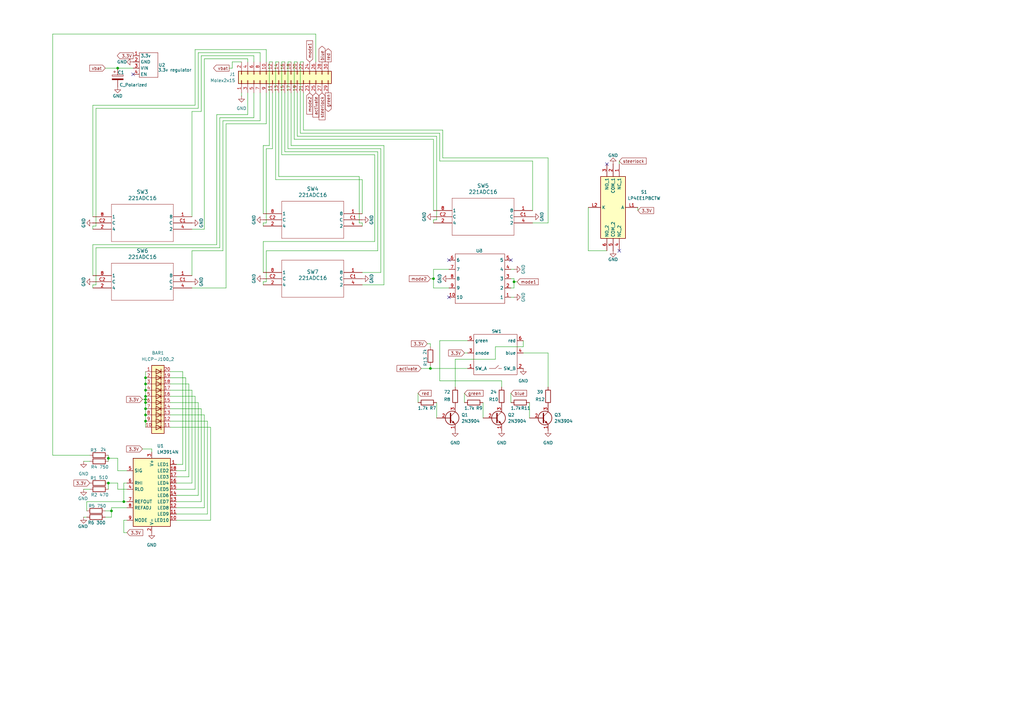
<source format=kicad_sch>
(kicad_sch (version 20231120) (generator "eeschema") (generator_version "8.0")
  (paper "A3")
  (lib_symbols
    (symbol "Device:C_Polarized" (pin_numbers hide) (pin_names (offset 0.254))
      (property "Reference" "C" (at 0.635 2.54 0))
      (property "Value" "C_Polarized" (at 0.635 -2.54 0))
      (symbol "C_Polarized_0_1"
        (rectangle (start -2.286 0.508) (end 2.286 1.016))
        (polyline (pts (xy -1.778 2.286) (xy -0.762 2.286)))
        (polyline (pts (xy -1.27 2.794) (xy -1.27 1.778)))
        (rectangle (start 2.286 -0.508) (end -2.286 -1.016) (fill (type outline)))
      )
      (symbol "C_Polarized_1_1"
        (pin passive line (at 0 3.81 270) (length 2.794) (name "~") (number "1"))
        (pin passive line (at 0 -3.81 90) (length 2.794) (name "~") (number "2"))
      )
    )
    (symbol "Device:R" (pin_numbers hide) (pin_names (offset 0))
      (property "Reference" "R" (at 2.032 0 90))
      (property "Value" "R" (at 0 0 90))
      (symbol "R_0_1"
        (rectangle (start -1.016 -2.54) (end 1.016 2.54) (stroke (width 0.254)))
      )
      (symbol "R_1_1"
        (pin passive line (at 0 3.81 270) (length 1.27) (name "~") (number "1"))
        (pin passive line (at 0 -3.81 90) (length 1.27) (name "~") (number "2"))
      )
    )
    (symbol "Driver_LED:LM3914N"
      (property "Reference" "U" (at -6.35 14.224 0))
      (property "Value" "LM3914N" (at 5.588 14.224 0))
      (symbol "LM3914N_0_1"
        (rectangle (start -7.62 12.7) (end 7.62 -15.24) (stroke (width 0.254)) (fill (type background)))
      )
      (symbol "LM3914N_1_1"
        (pin open_collector line (at 10.16 10.16 180) (length 2.54) (name "LED1") (number "1"))
        (pin open_collector line (at 10.16 -12.7 180) (length 2.54) (name "LED10") (number "10"))
        (pin open_collector line (at 10.16 -10.16 180) (length 2.54) (name "LED9") (number "11"))
        (pin open_collector line (at 10.16 -7.62 180) (length 2.54) (name "LED8") (number "12"))
        (pin open_collector line (at 10.16 -5.08 180) (length 2.54) (name "LED7") (number "13"))
        (pin open_collector line (at 10.16 -2.54 180) (length 2.54) (name "LED6") (number "14"))
        (pin open_collector line (at 10.16 0 180) (length 2.54) (name "LED5") (number "15"))
        (pin open_collector line (at 10.16 2.54 180) (length 2.54) (name "LED4") (number "16"))
        (pin open_collector line (at 10.16 5.08 180) (length 2.54) (name "LED3") (number "17"))
        (pin open_collector line (at 10.16 7.62 180) (length 2.54) (name "LED2") (number "18"))
        (pin power_in line (at 0 -17.78 90) (length 2.54) (name "V-") (number "2"))
        (pin power_in line (at 0 15.24 270) (length 2.54) (name "V+") (number "3"))
        (pin input line (at -10.16 0 0) (length 2.54) (name "RLO") (number "4"))
        (pin input line (at -10.16 7.62 0) (length 2.54) (name "SIG") (number "5"))
        (pin input line (at -10.16 2.54 0) (length 2.54) (name "RHI") (number "6"))
        (pin output line (at -10.16 -5.08 0) (length 2.54) (name "REFOUT") (number "7"))
        (pin input line (at -10.16 -7.62 0) (length 2.54) (name "REFADJ") (number "8"))
        (pin input line (at -10.16 -12.7 0) (length 2.54) (name "MODE") (number "9"))
      )
    )
    (symbol "LED:HLCP-J100_2" (pin_names (offset 1.016) hide)
      (property "Reference" "BAR" (at 0 15.24 0))
      (property "Value" "HLCP-J100_2" (at 0 -17.78 0))
      (symbol "HLCP-J100_2_0_1"
        (rectangle (start -2.54 12.7) (end 2.54 -15.24) (stroke (width 0.254)) (fill (type background)))
        (polyline (pts (xy -2.54 -12.7) (xy 2.54 -12.7)))
        (polyline (pts (xy -2.54 -10.16) (xy 2.54 -10.16)))
        (polyline (pts (xy -2.54 -7.62) (xy 2.54 -7.62)))
        (polyline (pts (xy -2.54 -5.08) (xy 2.54 -5.08)))
        (polyline (pts (xy -2.54 0) (xy 2.54 0)))
        (polyline (pts (xy -2.54 5.08) (xy 2.54 5.08)))
        (polyline (pts (xy -2.54 7.62) (xy 2.54 7.62)))
        (polyline (pts (xy -2.54 10.16) (xy 2.54 10.16)))
        (polyline (pts (xy 1.27 -11.684) (xy 1.27 -13.716)) (stroke (width 0.254)))
        (polyline (pts (xy 1.27 -9.144) (xy 1.27 -11.176)) (stroke (width 0.254)))
        (polyline (pts (xy 1.27 -6.604) (xy 1.27 -8.636)) (stroke (width 0.254)))
        (polyline (pts (xy 1.27 -4.064) (xy 1.27 -6.096)) (stroke (width 0.254)))
        (polyline (pts (xy 1.27 -1.524) (xy 1.27 -3.556)) (stroke (width 0.254)))
        (polyline (pts (xy 1.27 1.016) (xy 1.27 -1.016)) (stroke (width 0.254)))
        (polyline (pts (xy 1.27 3.556) (xy 1.27 1.524)) (stroke (width 0.254)))
        (polyline (pts (xy 1.27 6.096) (xy 1.27 4.064)) (stroke (width 0.254)))
        (polyline (pts (xy 1.27 8.636) (xy 1.27 6.604)) (stroke (width 0.254)))
        (polyline (pts (xy 1.27 11.176) (xy 1.27 9.144)) (stroke (width 0.254)))
        (polyline (pts (xy 2.54 -2.54) (xy -2.54 -2.54)))
        (polyline (pts (xy 2.54 2.54) (xy -2.54 2.54)))
        (polyline (pts (xy -0.762 -11.684) (xy -0.762 -13.716) (xy 1.27 -12.7) (xy -0.762 -11.684)) (stroke (width 0.254)))
        (polyline (pts (xy -0.762 -9.144) (xy -0.762 -11.176) (xy 1.27 -10.16) (xy -0.762 -9.144)) (stroke (width 0.254)))
        (polyline (pts (xy -0.762 -6.604) (xy -0.762 -8.636) (xy 1.27 -7.62) (xy -0.762 -6.604)) (stroke (width 0.254)))
        (polyline (pts (xy -0.762 -4.064) (xy -0.762 -6.096) (xy 1.27 -5.08) (xy -0.762 -4.064)) (stroke (width 0.254)))
        (polyline (pts (xy -0.762 -1.524) (xy -0.762 -3.556) (xy 1.27 -2.54) (xy -0.762 -1.524)) (stroke (width 0.254)))
        (polyline (pts (xy -0.762 1.016) (xy -0.762 -1.016) (xy 1.27 0) (xy -0.762 1.016)) (stroke (width 0.254)))
        (polyline (pts (xy -0.762 3.556) (xy -0.762 1.524) (xy 1.27 2.54) (xy -0.762 3.556)) (stroke (width 0.254)))
        (polyline (pts (xy -0.762 6.096) (xy -0.762 4.064) (xy 1.27 5.08) (xy -0.762 6.096)) (stroke (width 0.254)))
        (polyline (pts (xy -0.762 8.636) (xy -0.762 6.604) (xy 1.27 7.62) (xy -0.762 8.636)) (stroke (width 0.254)))
        (polyline (pts (xy -0.762 11.176) (xy -0.762 9.144) (xy 1.27 10.16) (xy -0.762 11.176)) (stroke (width 0.254)))
      )
      (symbol "HLCP-J100_2_1_1"
        (pin passive line (at -5.08 10.16 0) (length 2.54) (name "A") (number "1"))
        (pin passive line (at -5.08 -12.7 0) (length 2.54) (name "A") (number "10"))
        (pin passive line (at 5.08 -12.7 180) (length 2.54) (name "K") (number "11"))
        (pin passive line (at 5.08 -10.16 180) (length 2.54) (name "K") (number "12"))
        (pin passive line (at 5.08 -7.62 180) (length 2.54) (name "K") (number "13"))
        (pin passive line (at 5.08 -5.08 180) (length 2.54) (name "K") (number "14"))
        (pin passive line (at 5.08 -2.54 180) (length 2.54) (name "K") (number "15"))
        (pin passive line (at 5.08 0 180) (length 2.54) (name "K") (number "16"))
        (pin passive line (at 5.08 2.54 180) (length 2.54) (name "K") (number "17"))
        (pin passive line (at 5.08 5.08 180) (length 2.54) (name "K") (number "18"))
        (pin passive line (at 5.08 7.62 180) (length 2.54) (name "K") (number "19"))
        (pin passive line (at -5.08 7.62 0) (length 2.54) (name "A") (number "2"))
        (pin passive line (at 5.08 10.16 180) (length 2.54) (name "K") (number "20"))
        (pin passive line (at -5.08 5.08 0) (length 2.54) (name "A") (number "3"))
        (pin passive line (at -5.08 2.54 0) (length 2.54) (name "A") (number "4"))
        (pin passive line (at -5.08 0 0) (length 2.54) (name "A") (number "5"))
        (pin passive line (at -5.08 -2.54 0) (length 2.54) (name "A") (number "6"))
        (pin passive line (at -5.08 -5.08 0) (length 2.54) (name "A") (number "7"))
        (pin passive line (at -5.08 -7.62 0) (length 2.54) (name "A") (number "8"))
        (pin passive line (at -5.08 -10.16 0) (length 2.54) (name "A") (number "9"))
      )
    )
    (symbol "power:GND" (power) (pin_numbers hide) (pin_names (offset 0) hide)
      (property "Value" "GND" (at 0 -3.81 0))
      (symbol "GND_0_1"
        (polyline (pts (xy 0 0) (xy 0 -1.27) (xy 1.27 -1.27) (xy 0 -2.54) (xy -1.27 -1.27) (xy 0 -1.27)))
      )
      (symbol "GND_1_1"
        (pin power_in line (at 0 0 270) (length 0) (name "~") (number "1"))
      )
    )
    (symbol "projlib:221AMC10R" (pin_names (offset 0.254))
      (property "Reference" "SW" (at 20.32 10.16 0))
      (property "Value" "221AMC10R" (at 20.32 7.62 0))
      (symbol "221AMC10R_0_1"
        (polyline (pts (xy 7.62 -10.16) (xy 33.02 -10.16)) (stroke (width 0.127)))
        (polyline (pts (xy 7.62 5.08) (xy 7.62 -10.16)) (stroke (width 0.127)))
        (polyline (pts (xy 33.02 -10.16) (xy 33.02 5.08)) (stroke (width 0.127)))
        (polyline (pts (xy 33.02 5.08) (xy 7.62 5.08)) (stroke (width 0.127)))
      )
      (symbol "221AMC10R_1_1"
        (pin unspecified line (at 40.64 0 180) (length 7.62) (name "8") (number "1"))
        (pin unspecified line (at 0 -5.08 0) (length 7.62) (name "4") (number "2"))
        (pin unspecified line (at 40.64 -5.08 180) (length 7.62) (name "2") (number "4"))
        (pin unspecified line (at 0 0 0) (length 7.62) (name "1") (number "8"))
        (pin unspecified line (at 40.64 -2.54 180) (length 7.62) (name "C") (number "C1"))
        (pin unspecified line (at 0 -2.54 0) (length 7.62) (name "C") (number "C2"))
      )
    )
    (symbol "projlib:2N3904" (pin_names (offset 0) hide)
      (property "Reference" "Q" (at 5.08 1.905 0))
      (property "Value" "2N3904" (at 5.08 0 0))
      (symbol "2N3904_0_1"
        (polyline (pts (xy 0.635 0.635) (xy 2.54 2.54)))
        (polyline (pts (xy 0.635 -0.635) (xy 2.54 -2.54) (xy 2.54 -2.54)))
        (polyline (pts (xy 0.635 1.905) (xy 0.635 -1.905) (xy 0.635 -1.905)) (stroke (width 0.508)))
        (polyline (pts (xy 1.27 -1.778) (xy 1.778 -1.27) (xy 2.286 -2.286) (xy 1.27 -1.778) (xy 1.27 -1.778)) (fill (type outline)))
        (circle (center 1.27 0) (radius 2.8194) (stroke (width 0.254)))
      )
      (symbol "2N3904_1_1"
        (pin passive line (at 2.54 -5.08 90) (length 2.54) (name "E") (number "1"))
        (pin passive line (at -5.08 0 0) (length 5.715) (name "B") (number "2"))
        (pin passive line (at 2.54 5.08 270) (length 2.54) (name "C") (number "3"))
      )
    )
    (symbol "projlib:KP0215ASAKG03RGB-1FJB"
      (property "Reference" "SW" (at 0 0 0))
      (symbol "KP0215ASAKG03RGB-1FJB_0_1"
        (rectangle (start -7.62 -2.54) (end 10.16 -19.05))
        (polyline (pts (xy 3.81 -16.51) (xy 2.54 -16.51)))
        (polyline (pts (xy -1.27 -16.51) (xy 1.27 -16.51) (xy 2.54 -15.24)))
      )
      (symbol "KP0215ASAKG03RGB-1FJB_1_1"
        (pin passive line (at -10.16 -16.51 0) (length 2.54) (name "SW_A") (number "1"))
        (pin passive line (at 12.7 -16.51 180) (length 2.54) (name "SW_B") (number "2"))
        (pin passive line (at -10.16 -10.16 0) (length 2.54) (name "anode") (number "3"))
        (pin passive line (at 12.7 -10.16 180) (length 2.54) (name "blue") (number "4"))
        (pin passive line (at -10.16 -5.08 0) (length 2.54) (name "green") (number "5"))
        (pin passive line (at 12.7 -5.08 180) (length 2.54) (name "red") (number "6"))
      )
    )
    (symbol "projlib:LP4EE1PBCTW"
      (property "Reference" "S" (at 16.51 17.78 0))
      (property "Value" "LP4EE1PBCTW" (at 16.51 15.24 0))
      (symbol "LP4EE1PBCTW_1_1"
        (rectangle (start 5.08 12.7) (end 15.24 -12.7) (stroke (width 0.254)) (fill (type background)))
        (pin passive line (at 12.7 17.78 270) (length 5.08) (name "NC_1") (number "1"))
        (pin passive line (at 10.16 17.78 270) (length 5.08) (name "COM_1") (number "2"))
        (pin passive line (at 7.62 17.78 270) (length 5.08) (name "NO_1") (number "3"))
        (pin passive line (at 12.7 -17.78 90) (length 5.08) (name "NC_2") (number "4"))
        (pin passive line (at 10.16 -17.78 90) (length 5.08) (name "COM_2") (number "5"))
        (pin passive line (at 7.62 -17.78 90) (length 5.08) (name "NO_2") (number "6"))
        (pin passive line (at 20.32 0 180) (length 5.08) (name "A") (number "L1"))
        (pin passive line (at 0 0 0) (length 5.08) (name "K") (number "L2"))
      )
    )
    (symbol "projlib:mode switch R20405RN02Q"
      (property "Reference" "U" (at 0 0 0))
      (symbol "mode switch R20405RN02Q_0_1"
        (rectangle (start -10.16 7.62) (end 10.16 -12.7))
      )
      (symbol "mode switch R20405RN02Q_1_1"
        (pin input line (at 12.7 -10.16 180) (length 2.54) (name "1") (number "1"))
        (pin input line (at -12.7 -10.16 0) (length 2.54) (name "10") (number "10"))
        (pin input line (at 12.7 -6.35 180) (length 2.54) (name "2") (number "2"))
        (pin input line (at 12.7 -2.54 180) (length 2.54) (name "3") (number "3"))
        (pin input line (at 12.7 1.27 180) (length 2.54) (name "4") (number "4"))
        (pin input line (at 12.7 5.08 180) (length 2.54) (name "5") (number "5"))
        (pin input line (at -12.7 5.08 0) (length 2.54) (name "6") (number "6"))
        (pin input line (at -12.7 1.27 0) (length 2.54) (name "7") (number "7"))
        (pin input line (at -12.7 -2.54 0) (length 2.54) (name "8") (number "8"))
        (pin input line (at -12.7 -6.35 0) (length 2.54) (name "9") (number "9"))
      )
    )
    (symbol "projlib:molex_02x15_Odd_Even" (pin_names (offset 1.016) hide)
      (property "Reference" "J" (at 1.27 20.32 0))
      (property "Value" "Molex2x15" (at 1.27 -20.32 0))
      (symbol "molex_02x15_Odd_Even_1_1"
        (rectangle (start -1.27 -17.653) (end 0 -17.907) (stroke (width 0.1524)))
        (rectangle (start -1.27 -15.113) (end 0 -15.367) (stroke (width 0.1524)))
        (rectangle (start -1.27 -12.573) (end 0 -12.827) (stroke (width 0.1524)))
        (rectangle (start -1.27 -10.033) (end 0 -10.287) (stroke (width 0.1524)))
        (rectangle (start -1.27 -7.493) (end 0 -7.747) (stroke (width 0.1524)))
        (rectangle (start -1.27 -4.953) (end 0 -5.207) (stroke (width 0.1524)))
        (rectangle (start -1.27 -2.413) (end 0 -2.667) (stroke (width 0.1524)))
        (rectangle (start -1.27 0.127) (end 0 -0.127) (stroke (width 0.1524)))
        (rectangle (start -1.27 2.667) (end 0 2.413) (stroke (width 0.1524)))
        (rectangle (start -1.27 5.207) (end 0 4.953) (stroke (width 0.1524)))
        (rectangle (start -1.27 7.747) (end 0 7.493) (stroke (width 0.1524)))
        (rectangle (start -1.27 10.287) (end 0 10.033) (stroke (width 0.1524)))
        (rectangle (start -1.27 12.827) (end 0 12.573) (stroke (width 0.1524)))
        (rectangle (start -1.27 15.367) (end 0 15.113) (stroke (width 0.1524)))
        (rectangle (start -1.27 17.907) (end 0 17.653) (stroke (width 0.1524)))
        (rectangle (start -1.27 19.05) (end 3.81 -19.05) (stroke (width 0.254)) (fill (type background)))
        (rectangle (start 3.81 -17.653) (end 2.54 -17.907) (stroke (width 0.1524)))
        (rectangle (start 3.81 -15.113) (end 2.54 -15.367) (stroke (width 0.1524)))
        (rectangle (start 3.81 -12.573) (end 2.54 -12.827) (stroke (width 0.1524)))
        (rectangle (start 3.81 -10.033) (end 2.54 -10.287) (stroke (width 0.1524)))
        (rectangle (start 3.81 -7.493) (end 2.54 -7.747) (stroke (width 0.1524)))
        (rectangle (start 3.81 -4.953) (end 2.54 -5.207) (stroke (width 0.1524)))
        (rectangle (start 3.81 -2.413) (end 2.54 -2.667) (stroke (width 0.1524)))
        (rectangle (start 3.81 0.127) (end 2.54 -0.127) (stroke (width 0.1524)))
        (rectangle (start 3.81 2.667) (end 2.54 2.413) (stroke (width 0.1524)))
        (rectangle (start 3.81 5.207) (end 2.54 4.953) (stroke (width 0.1524)))
        (rectangle (start 3.81 7.747) (end 2.54 7.493) (stroke (width 0.1524)))
        (rectangle (start 3.81 10.287) (end 2.54 10.033) (stroke (width 0.1524)))
        (rectangle (start 3.81 12.827) (end 2.54 12.573) (stroke (width 0.1524)))
        (rectangle (start 3.81 15.367) (end 2.54 15.113) (stroke (width 0.1524)))
        (rectangle (start 3.81 17.907) (end 2.54 17.653) (stroke (width 0.1524)))
        (pin passive line (at -5.08 17.78 0) (length 3.81) (name "Pin_1") (number "1"))
        (pin passive line (at 7.62 7.62 180) (length 3.81) (name "Pin_10") (number "10"))
        (pin passive line (at -5.08 5.08 0) (length 3.81) (name "Pin_11") (number "11"))
        (pin passive line (at 7.62 5.08 180) (length 3.81) (name "Pin_12") (number "12"))
        (pin passive line (at -5.08 2.54 0) (length 3.81) (name "Pin_13") (number "13"))
        (pin passive line (at 7.62 2.54 180) (length 3.81) (name "Pin_14") (number "14"))
        (pin passive line (at -5.08 0 0) (length 3.81) (name "Pin_15") (number "15"))
        (pin passive line (at 7.62 0 180) (length 3.81) (name "Pin_16") (number "16"))
        (pin passive line (at -5.08 -2.54 0) (length 3.81) (name "Pin_17") (number "17"))
        (pin passive line (at 7.62 -2.54 180) (length 3.81) (name "Pin_18") (number "18"))
        (pin passive line (at -5.08 -5.08 0) (length 3.81) (name "Pin_19") (number "19"))
        (pin passive line (at 7.62 17.78 180) (length 3.81) (name "Pin_2") (number "2"))
        (pin passive line (at 7.62 -5.08 180) (length 3.81) (name "Pin_20") (number "20"))
        (pin passive line (at -5.08 -7.62 0) (length 3.81) (name "Pin_21") (number "21"))
        (pin passive line (at 7.62 -7.62 180) (length 3.81) (name "Pin_22") (number "22"))
        (pin passive line (at -5.08 -10.16 0) (length 3.81) (name "Pin_23") (number "23"))
        (pin passive line (at 7.62 -10.16 180) (length 3.81) (name "Pin_24") (number "24"))
        (pin passive line (at -5.08 -12.7 0) (length 3.81) (name "Pin_25") (number "25"))
        (pin passive line (at 7.62 -12.7 180) (length 3.81) (name "Pin_26") (number "26"))
        (pin passive line (at -5.08 -15.24 0) (length 3.81) (name "Pin_27") (number "27"))
        (pin passive line (at 7.62 -15.24 180) (length 3.81) (name "Pin_28") (number "28"))
        (pin passive line (at -5.08 -17.78 0) (length 3.81) (name "Pin_29") (number "29"))
        (pin passive line (at -5.08 15.24 0) (length 3.81) (name "Pin_3") (number "3"))
        (pin passive line (at 7.62 -17.78 180) (length 3.81) (name "Pin_30") (number "30"))
        (pin passive line (at 7.62 15.24 180) (length 3.81) (name "Pin_4") (number "4"))
        (pin passive line (at -5.08 12.7 0) (length 3.81) (name "Pin_5") (number "5"))
        (pin passive line (at 7.62 12.7 180) (length 3.81) (name "Pin_6") (number "6"))
        (pin passive line (at -5.08 10.16 0) (length 3.81) (name "Pin_7") (number "7"))
        (pin passive line (at 7.62 10.16 180) (length 3.81) (name "Pin_8") (number "8"))
        (pin passive line (at -5.08 7.62 0) (length 3.81) (name "Pin_9") (number "9"))
      )
    )
    (symbol "projlib:pololu4964_3.3v"
      (property "Reference" "U" (at -1.524 4.826 0))
      (symbol "pololu4964_3.3v_0_1"
        (rectangle (start -5.08 3.81) (end 5.08 -3.81))
      )
      (symbol "pololu4964_3.3v_1_1"
        (pin power_out line (at -3.81 -6.35 90) (length 2.54) (name "3.3v") (number "1"))
        (pin power_out line (at -1.27 -6.35 90) (length 2.54) (name "GND") (number "2"))
        (pin power_in line (at 1.27 -6.35 90) (length 2.54) (name "VIN") (number "3"))
        (pin input line (at 3.81 -6.35 90) (length 2.54) (name "EN") (number "4"))
      )
    )
  )
  (junction (at 50.8 205.74))
  (junction (at 59.69 170.18))
  (junction (at 59.69 157.48))
  (junction (at 44.45 187.96))
  (junction (at 59.69 165.1))
  (junction (at 177.8 114.3))
  (junction (at 48.26 27.94))
  (junction (at 59.69 154.94))
  (junction (at 59.69 172.72))
  (junction (at 59.69 167.64))
  (junction (at 44.45 198.12))
  (junction (at 45.72 209.55))
  (junction (at 59.69 162.56))
  (junction (at 210.82 115.57))
  (junction (at 176.53 151.13))
  (junction (at 59.69 160.02))
  (junction (at 59.69 163.83))
  (no_connect (at 254 102.87))
  (no_connect (at 248.92 67.31))
  (no_connect (at 184.15 106.68))
  (no_connect (at 209.55 106.68))
  (no_connect (at 54.61 30.48))
  (no_connect (at 184.15 121.92))
  (wire (pts (xy 180.34 156.21) (xy 205.74 156.21)))
  (wire (pts (xy 69.85 170.18) (xy 83.82 170.18)))
  (wire (pts (xy 69.85 162.56) (xy 80.01 162.56)))
  (wire (pts (xy 39.37 101.6) (xy 39.37 116.84)))
  (wire (pts (xy 85.09 172.72) (xy 85.09 210.82)))
  (wire (pts (xy 111.76 38.1) (xy 111.76 60.96)))
  (wire (pts (xy 124.46 53.34) (xy 181.61 53.34)))
  (wire (pts (xy 107.95 111.76) (xy 107.95 99.06)))
  (wire (pts (xy 82.55 45.72) (xy 78.74 45.72)))
  (wire (pts (xy 121.92 38.1) (xy 121.92 55.88)))
  (wire (pts (xy 261.62 86.36) (xy 261.62 85.09)))
  (wire (pts (xy 118.11 60.96) (xy 118.11 25.4)))
  (wire (pts (xy 205.74 156.21) (xy 205.74 158.75)))
  (wire (pts (xy 38.1 100.33) (xy 88.9 100.33)))
  (wire (pts (xy 52.07 193.04) (xy 48.26 193.04)))
  (wire (pts (xy 62.23 184.15) (xy 62.23 185.42)))
  (wire (pts (xy 80.01 20.32) (xy 109.22 20.32)))
  (wire (pts (xy 86.36 213.36) (xy 86.36 175.26)))
  (wire (pts (xy 148.59 73.66) (xy 113.03 73.66)))
  (wire (pts (xy 39.37 44.45) (xy 39.37 92.71)))
  (wire (pts (xy 119.38 38.1) (xy 119.38 59.69)))
  (wire (pts (xy 21.59 186.69) (xy 21.59 13.97)))
  (wire (pts (xy 109.22 20.32) (xy 109.22 25.4)))
  (wire (pts (xy 72.39 213.36) (xy 86.36 213.36)))
  (wire (pts (xy 72.39 190.5) (xy 74.93 190.5)))
  (wire (pts (xy 190.5 161.29) (xy 190.5 165.1)))
  (wire (pts (xy 59.69 163.83) (xy 59.69 165.1)))
  (wire (pts (xy 181.61 53.34) (xy 181.61 64.77)))
  (wire (pts (xy 35.56 205.74) (xy 35.56 209.55)))
  (wire (pts (xy 80.01 43.18) (xy 80.01 20.32)))
  (wire (pts (xy 176.53 140.97) (xy 176.53 142.24)))
  (wire (pts (xy 186.69 147.32) (xy 186.69 158.75)))
  (wire (pts (xy 45.72 208.28) (xy 52.07 208.28)))
  (wire (pts (xy 38.1 43.18) (xy 80.01 43.18)))
  (wire (pts (xy 241.3 102.87) (xy 248.92 102.87)))
  (wire (pts (xy 39.37 92.71) (xy 38.1 92.71)))
  (wire (pts (xy 36.83 186.69) (xy 21.59 186.69)))
  (wire (pts (xy 175.26 140.97) (xy 176.53 140.97)))
  (wire (pts (xy 114.3 38.1) (xy 114.3 72.39)))
  (wire (pts (xy 74.93 190.5) (xy 74.93 152.4)))
  (wire (pts (xy 203.2 147.32) (xy 186.69 147.32)))
  (wire (pts (xy 44.45 186.69) (xy 44.45 187.96)))
  (wire (pts (xy 177.8 114.3) (xy 177.8 118.11)))
  (wire (pts (xy 38.1 92.71) (xy 38.1 93.98)))
  (wire (pts (xy 121.92 55.88) (xy 179.07 55.88)))
  (wire (pts (xy 90.17 101.6) (xy 39.37 101.6)))
  (wire (pts (xy 44.45 198.12) (xy 48.26 198.12)))
  (wire (pts (xy 157.48 116.84) (xy 148.59 116.84)))
  (wire (pts (xy 148.59 87.63) (xy 148.59 73.66)))
  (wire (pts (xy 214.63 144.78) (xy 224.79 144.78)))
  (wire (pts (xy 180.34 66.04) (xy 180.34 54.61)))
  (wire (pts (xy 58.42 184.15) (xy 62.23 184.15)))
  (wire (pts (xy 181.61 64.77) (xy 224.79 64.77)))
  (wire (pts (xy 123.19 54.61) (xy 123.19 25.4)))
  (wire (pts (xy 52.07 205.74) (xy 50.8 205.74)))
  (wire (pts (xy 218.44 86.36) (xy 218.44 66.04)))
  (wire (pts (xy 101.6 46.99) (xy 101.6 38.1)))
  (wire (pts (xy 74.93 152.4) (xy 69.85 152.4)))
  (wire (pts (xy 83.82 170.18) (xy 83.82 208.28)))
  (wire (pts (xy 81.28 203.2) (xy 72.39 203.2)))
  (wire (pts (xy 106.68 49.53) (xy 106.68 38.1)))
  (wire (pts (xy 48.26 187.96) (xy 44.45 187.96)))
  (wire (pts (xy 119.38 59.69) (xy 157.48 59.69)))
  (wire (pts (xy 109.22 60.96) (xy 109.22 91.44)))
  (wire (pts (xy 109.22 102.87) (xy 109.22 115.57)))
  (wire (pts (xy 59.69 160.02) (xy 59.69 162.56)))
  (wire (pts (xy 81.28 21.59) (xy 81.28 44.45)))
  (wire (pts (xy 38.1 116.84) (xy 38.1 118.11)))
  (wire (pts (xy 35.56 205.74) (xy 50.8 205.74)))
  (wire (pts (xy 48.26 193.04) (xy 48.26 187.96)))
  (wire (pts (xy 59.69 165.1) (xy 59.69 167.64)))
  (wire (pts (xy 83.82 208.28) (xy 72.39 208.28)))
  (wire (pts (xy 190.5 144.78) (xy 191.77 144.78)))
  (wire (pts (xy 129.54 13.97) (xy 129.54 25.4)))
  (wire (pts (xy 210.82 114.3) (xy 210.82 115.57)))
  (wire (pts (xy 81.28 165.1) (xy 81.28 203.2)))
  (wire (pts (xy 77.47 157.48) (xy 69.85 157.48)))
  (wire (pts (xy 104.14 48.26) (xy 90.17 48.26)))
  (wire (pts (xy 59.69 157.48) (xy 59.69 160.02)))
  (wire (pts (xy 111.76 60.96) (xy 109.22 60.96)))
  (wire (pts (xy 91.44 102.87) (xy 91.44 49.53)))
  (wire (pts (xy 203.2 142.24) (xy 203.2 147.32)))
  (wire (pts (xy 78.74 118.11) (xy 92.71 118.11)))
  (wire (pts (xy 176.53 151.13) (xy 191.77 151.13)))
  (wire (pts (xy 156.21 111.76) (xy 156.21 60.96)))
  (wire (pts (xy 104.14 25.4) (xy 104.14 22.86)))
  (wire (pts (xy 44.45 187.96) (xy 44.45 189.23)))
  (wire (pts (xy 38.1 88.9) (xy 38.1 43.18)))
  (wire (pts (xy 99.06 38.1) (xy 99.06 39.37)))
  (wire (pts (xy 184.15 118.11) (xy 177.8 118.11)))
  (wire (pts (xy 147.32 91.44) (xy 148.59 91.44)))
  (wire (pts (xy 191.77 139.7) (xy 180.34 139.7)))
  (wire (pts (xy 92.71 50.8) (xy 109.22 50.8)))
  (wire (pts (xy 72.39 205.74) (xy 82.55 205.74)))
  (wire (pts (xy 153.67 63.5) (xy 115.57 63.5)))
  (wire (pts (xy 58.42 163.83) (xy 59.69 163.83)))
  (wire (pts (xy 107.95 59.69) (xy 110.49 59.69)))
  (wire (pts (xy 198.12 165.1) (xy 198.12 171.45)))
  (wire (pts (xy 180.34 139.7) (xy 180.34 156.21)))
  (wire (pts (xy 77.47 195.58) (xy 77.47 157.48)))
  (wire (pts (xy 69.85 167.64) (xy 82.55 167.64)))
  (wire (pts (xy 115.57 25.4) (xy 116.84 25.4)))
  (wire (pts (xy 113.03 73.66) (xy 113.03 25.4)))
  (wire (pts (xy 157.48 59.69) (xy 157.48 116.84)))
  (wire (pts (xy 148.59 91.44) (xy 148.59 92.71)))
  (wire (pts (xy 59.69 170.18) (xy 59.69 172.72)))
  (wire (pts (xy 109.22 91.44) (xy 107.95 91.44)))
  (wire (pts (xy 44.45 198.12) (xy 44.45 200.66)))
  (wire (pts (xy 109.22 115.57) (xy 107.95 115.57)))
  (wire (pts (xy 180.34 54.61) (xy 123.19 54.61)))
  (wire (pts (xy 107.95 99.06) (xy 153.67 99.06)))
  (wire (pts (xy 153.67 99.06) (xy 153.67 63.5)))
  (wire (pts (xy 59.69 152.4) (xy 59.69 154.94)))
  (wire (pts (xy 95.25 25.4) (xy 99.06 25.4)))
  (wire (pts (xy 210.82 118.11) (xy 209.55 118.11)))
  (wire (pts (xy 107.95 87.63) (xy 107.95 59.69)))
  (wire (pts (xy 116.84 38.1) (xy 116.84 62.23)))
  (wire (pts (xy 176.53 114.3) (xy 177.8 114.3)))
  (wire (pts (xy 88.9 100.33) (xy 88.9 46.99)))
  (wire (pts (xy 106.68 21.59) (xy 81.28 21.59)))
  (wire (pts (xy 210.82 115.57) (xy 210.82 118.11)))
  (wire (pts (xy 154.94 62.23) (xy 154.94 102.87)))
  (wire (pts (xy 76.2 193.04) (xy 76.2 154.94)))
  (wire (pts (xy 115.57 63.5) (xy 115.57 25.4)))
  (wire (pts (xy 106.68 25.4) (xy 106.68 21.59)))
  (wire (pts (xy 177.8 90.17) (xy 177.8 91.44)))
  (wire (pts (xy 69.85 172.72) (xy 85.09 172.72)))
  (wire (pts (xy 107.95 115.57) (xy 107.95 116.84)))
  (wire (pts (xy 124.46 38.1) (xy 124.46 53.34)))
  (wire (pts (xy 43.18 209.55) (xy 45.72 209.55)))
  (wire (pts (xy 171.45 161.29) (xy 171.45 165.1)))
  (wire (pts (xy 81.28 44.45) (xy 39.37 44.45)))
  (wire (pts (xy 110.49 59.69) (xy 110.49 25.4)))
  (wire (pts (xy 80.01 162.56) (xy 80.01 200.66)))
  (wire (pts (xy 50.8 205.74) (xy 50.8 198.12)))
  (wire (pts (xy 43.18 212.09) (xy 45.72 212.09)))
  (wire (pts (xy 85.09 210.82) (xy 72.39 210.82)))
  (wire (pts (xy 92.71 118.11) (xy 92.71 50.8)))
  (wire (pts (xy 113.03 25.4) (xy 114.3 25.4)))
  (wire (pts (xy 120.65 25.4) (xy 121.92 25.4)))
  (wire (pts (xy 176.53 149.86) (xy 176.53 151.13)))
  (wire (pts (xy 50.8 218.44) (xy 50.8 213.36)))
  (wire (pts (xy 214.63 142.24) (xy 203.2 142.24)))
  (wire (pts (xy 86.36 175.26) (xy 69.85 175.26)))
  (wire (pts (xy 34.29 189.23) (xy 36.83 189.23)))
  (wire (pts (xy 45.72 209.55) (xy 45.72 208.28)))
  (wire (pts (xy 101.6 25.4) (xy 101.6 24.13)))
  (wire (pts (xy 179.07 90.17) (xy 177.8 90.17)))
  (wire (pts (xy 123.19 25.4) (xy 124.46 25.4)))
  (wire (pts (xy 210.82 110.49) (xy 209.55 110.49)))
  (wire (pts (xy 218.44 66.04) (xy 180.34 66.04)))
  (wire (pts (xy 78.74 113.03) (xy 78.74 102.87)))
  (wire (pts (xy 34.29 200.66) (xy 36.83 200.66)))
  (wire (pts (xy 48.26 198.12) (xy 48.26 200.66)))
  (wire (pts (xy 90.17 48.26) (xy 90.17 101.6)))
  (wire (pts (xy 212.09 115.57) (xy 210.82 115.57)))
  (wire (pts (xy 95.25 27.94) (xy 95.25 25.4)))
  (wire (pts (xy 78.74 198.12) (xy 78.74 160.02)))
  (wire (pts (xy 214.63 139.7) (xy 214.63 142.24)))
  (wire (pts (xy 72.39 198.12) (xy 78.74 198.12)))
  (wire (pts (xy 78.74 45.72) (xy 78.74 88.9)))
  (wire (pts (xy 172.72 151.13) (xy 176.53 151.13)))
  (wire (pts (xy 83.82 24.13) (xy 83.82 93.98)))
  (wire (pts (xy 43.18 27.94) (xy 48.26 27.94)))
  (wire (pts (xy 78.74 93.98) (xy 83.82 93.98)))
  (wire (pts (xy 38.1 113.03) (xy 38.1 100.33)))
  (wire (pts (xy 184.15 110.49) (xy 177.8 110.49)))
  (wire (pts (xy 148.59 111.76) (xy 156.21 111.76)))
  (wire (pts (xy 59.69 167.64) (xy 59.69 170.18)))
  (wire (pts (xy 52.07 218.44) (xy 50.8 218.44)))
  (wire (pts (xy 48.26 200.66) (xy 52.07 200.66)))
  (wire (pts (xy 177.8 86.36) (xy 177.8 57.15)))
  (wire (pts (xy 177.8 110.49) (xy 177.8 114.3)))
  (wire (pts (xy 101.6 24.13) (xy 83.82 24.13)))
  (wire (pts (xy 116.84 62.23) (xy 154.94 62.23)))
  (wire (pts (xy 110.49 25.4) (xy 111.76 25.4)))
  (wire (pts (xy 50.8 198.12) (xy 52.07 198.12)))
  (wire (pts (xy 156.21 60.96) (xy 118.11 60.96)))
  (wire (pts (xy 82.55 167.64) (xy 82.55 205.74)))
  (wire (pts (xy 118.11 25.4) (xy 119.38 25.4)))
  (wire (pts (xy 179.07 165.1) (xy 179.07 171.45)))
  (wire (pts (xy 69.85 165.1) (xy 81.28 165.1)))
  (wire (pts (xy 59.69 172.72) (xy 59.69 175.26)))
  (wire (pts (xy 104.14 22.86) (xy 82.55 22.86)))
  (wire (pts (xy 39.37 116.84) (xy 38.1 116.84)))
  (wire (pts (xy 48.26 27.94) (xy 54.61 27.94)))
  (wire (pts (xy 120.65 57.15) (xy 120.65 25.4)))
  (wire (pts (xy 217.17 165.1) (xy 217.17 171.45)))
  (wire (pts (xy 78.74 160.02) (xy 69.85 160.02)))
  (wire (pts (xy 34.29 212.09) (xy 35.56 212.09)))
  (wire (pts (xy 104.14 38.1) (xy 104.14 48.26)))
  (wire (pts (xy 59.69 154.94) (xy 59.69 157.48)))
  (wire (pts (xy 88.9 46.99) (xy 101.6 46.99)))
  (wire (pts (xy 209.55 161.29) (xy 209.55 165.1)))
  (wire (pts (xy 82.55 22.86) (xy 82.55 45.72)))
  (wire (pts (xy 107.95 91.44) (xy 107.95 92.71)))
  (wire (pts (xy 45.72 212.09) (xy 45.72 209.55)))
  (wire (pts (xy 114.3 72.39) (xy 147.32 72.39)))
  (wire (pts (xy 241.3 85.09) (xy 241.3 102.87)))
  (wire (pts (xy 59.69 162.56) (xy 59.69 163.83)))
  (wire (pts (xy 154.94 102.87) (xy 109.22 102.87)))
  (wire (pts (xy 177.8 57.15) (xy 120.65 57.15)))
  (wire (pts (xy 78.74 102.87) (xy 91.44 102.87)))
  (wire (pts (xy 109.22 50.8) (xy 109.22 38.1)))
  (wire (pts (xy 72.39 195.58) (xy 77.47 195.58)))
  (wire (pts (xy 91.44 49.53) (xy 106.68 49.53)))
  (wire (pts (xy 224.79 144.78) (xy 224.79 158.75)))
  (wire (pts (xy 254 66.04) (xy 254 67.31)))
  (wire (pts (xy 147.32 72.39) (xy 147.32 91.44)))
  (wire (pts (xy 210.82 121.92) (xy 209.55 121.92)))
  (wire (pts (xy 50.8 213.36) (xy 52.07 213.36)))
  (wire (pts (xy 93.98 27.94) (xy 95.25 27.94)))
  (wire (pts (xy 21.59 13.97) (xy 129.54 13.97)))
  (wire (pts (xy 224.79 64.77) (xy 224.79 91.44)))
  (wire (pts (xy 80.01 200.66) (xy 72.39 200.66)))
  (wire (pts (xy 224.79 91.44) (xy 218.44 91.44)))
  (wire (pts (xy 72.39 193.04) (xy 76.2 193.04)))
  (wire (pts (xy 69.85 154.94) (xy 76.2 154.94)))
  (wire (pts (xy 179.07 55.88) (xy 179.07 90.17)))
  (wire (pts (xy 209.55 114.3) (xy 210.82 114.3)))
  (global_label "vbat" (shape input) (at 43.18 27.94 180) (property "Intersheetrefs" "${INTERSHEET_REFS}" (effects (hide yes))))
  (global_label "blue" (shape input) (at 209.55 161.29 0) (property "Intersheetrefs" "${INTERSHEET_REFS}" (effects (hide yes))))
  (global_label "3.3V" (shape input) (at 58.42 163.83 180) (property "Intersheetrefs" "${INTERSHEET_REFS}" (effects (hide yes))))
  (global_label "3.3V" (shape input) (at 190.5 144.78 180) (property "Intersheetrefs" "${INTERSHEET_REFS}" (effects (hide yes))))
  (global_label "3.3V" (shape output) (at 54.61 22.86 180) (property "Intersheetrefs" "${INTERSHEET_REFS}" (effects (hide yes))))
  (global_label "vbat" (shape output) (at 93.98 27.94 180) (property "Intersheetrefs" "${INTERSHEET_REFS}" (effects (hide yes))))
  (global_label "steerlock" (shape input) (at 132.08 38.1 270) (property "Intersheetrefs" "${INTERSHEET_REFS}" (effects (hide yes))))
  (global_label "mode1" (shape input) (at 212.09 115.57 0) (property "Intersheetrefs" "${INTERSHEET_REFS}" (effects (hide yes))))
  (global_label "mode1" (shape input) (at 127 25.4 90) (property "Intersheetrefs" "${INTERSHEET_REFS}" (effects (hide yes))))
  (global_label "red" (shape input) (at 171.45 161.29 0) (property "Intersheetrefs" "${INTERSHEET_REFS}" (effects (hide yes))))
  (global_label "mode2" (shape input) (at 127 38.1 270) (property "Intersheetrefs" "${INTERSHEET_REFS}" (effects (hide yes))))
  (global_label "activate" (shape input) (at 129.54 38.1 270) (property "Intersheetrefs" "${INTERSHEET_REFS}" (effects (hide yes))))
  (global_label "3.3V" (shape input) (at 52.07 218.44 0) (property "Intersheetrefs" "${INTERSHEET_REFS}" (effects (hide yes))))
  (global_label "activate" (shape input) (at 172.72 151.13 180) (property "Intersheetrefs" "${INTERSHEET_REFS}" (effects (hide yes))))
  (global_label "3.3V" (shape input) (at 261.62 86.36 0) (property "Intersheetrefs" "${INTERSHEET_REFS}" (effects (hide yes))))
  (global_label "3.3V" (shape input) (at 58.42 184.15 180) (property "Intersheetrefs" "${INTERSHEET_REFS}" (effects (hide yes))))
  (global_label "steerlock" (shape input) (at 254 66.04 0) (property "Intersheetrefs" "${INTERSHEET_REFS}" (effects (hide yes))))
  (global_label "mode2" (shape input) (at 176.53 114.3 180) (property "Intersheetrefs" "${INTERSHEET_REFS}" (effects (hide yes))))
  (global_label "blue" (shape output) (at 132.08 25.4 90) (property "Intersheetrefs" "${INTERSHEET_REFS}" (effects (hide yes))))
  (global_label "red" (shape output) (at 134.62 25.4 90) (property "Intersheetrefs" "${INTERSHEET_REFS}" (effects (hide yes))))
  (global_label "green" (shape input) (at 190.5 161.29 0) (property "Intersheetrefs" "${INTERSHEET_REFS}" (effects (hide yes))))
  (global_label "green" (shape output) (at 134.62 38.1 270) (property "Intersheetrefs" "${INTERSHEET_REFS}" (effects (hide yes))))
  (global_label "3.3V" (shape input) (at 175.26 140.97 180) (property "Intersheetrefs" "${INTERSHEET_REFS}" (effects (hide yes))))
  (global_label "3.3V" (shape input) (at 36.83 198.12 180) (property "Intersheetrefs" "${INTERSHEET_REFS}" (effects (hide yes))))
  (symbol (lib_id "power:GND") (at 251.46 67.31 180) (unit 1)
    (property "Reference" "#PWR024" (effects (hide yes)))
    (property "Value" "GND" (at 251.46 63.754 0))
    (property "Description" "Power symbol creates a global label with name \"GND\" , ground" (effects (hide yes)))
  )
  (symbol (lib_id "Device:R") (at 40.64 200.66 90) (unit 1)
    (property "Reference" "R2" (at 38.608 202.946 90))
    (property "Value" "470" (at 42.672 202.946 90))
    (property "Footprint" "Resistor_THT:R_Axial_DIN0207_L6.3mm_D2.5mm_P10.16mm_Horizontal" (effects (hide yes)))
    (property "Description" "Resistor" (effects (hide yes)))
  )
  (symbol (lib_id "power:GND") (at 251.46 102.87 0) (unit 1)
    (property "Reference" "#PWR023" (effects (hide yes)))
    (property "Value" "GND" (at 251.46 106.426 0))
    (property "Description" "Power symbol creates a global label with name \"GND\" , ground" (effects (hide yes)))
  )
  (symbol (lib_id "power:GND") (at 78.74 91.44 90) (unit 1)
    (property "Reference" "#PWR011" (effects (hide yes)))
    (property "Value" "GND" (at 82.55 91.44 0))
    (property "Description" "Power symbol creates a global label with name \"GND\" , ground" (effects (hide yes)))
  )
  (symbol (lib_id "power:GND") (at 107.95 90.17 270) (unit 1)
    (property "Reference" "#PWR012" (effects (hide yes)))
    (property "Value" "GND" (at 104.14 90.17 0))
    (property "Description" "Power symbol creates a global label with name \"GND\" , ground" (effects (hide yes)))
  )
  (symbol (lib_id "Device:R") (at 39.37 209.55 90) (unit 1)
    (property "Reference" "R5" (at 37.592 207.518 90))
    (property "Value" "750" (at 41.656 207.518 90))
    (property "Footprint" "Resistor_THT:R_Axial_DIN0207_L6.3mm_D2.5mm_P10.16mm_Horizontal" (effects (hide yes)))
    (property "Description" "Resistor" (effects (hide yes)))
  )
  (symbol (lib_id "projlib:221AMC10R") (at 107.95 111.76 0) (unit 1)
    (property "Reference" "SW7" (at 128.27 111.506 0) (effects (font (size 1.524 1.524))))
    (property "Value" "221ADC16" (at 128.27 114.046 0) (effects (font (size 1.524 1.524))))
    (property "Footprint" "projlib:221ADC16" (effects (hide yes)))
    (property "Datasheet" "221ADC16" (effects (hide yes)))
  )
  (symbol (lib_id "power:GND") (at 184.15 114.3 270) (unit 1)
    (property "Reference" "#PWR025" (effects (hide yes)))
    (property "Value" "GND" (at 180.34 114.3 0))
    (property "Description" "Power symbol creates a global label with name \"GND\" , ground" (effects (hide yes)))
  )
  (symbol (lib_id "projlib:221AMC10R") (at 38.1 113.03 0) (unit 1)
    (property "Reference" "SW6" (at 58.42 102.87 0) (effects (font (size 1.524 1.524))))
    (property "Value" "221ADC16" (at 58.42 105.41 0) (effects (font (size 1.524 1.524))))
    (property "Footprint" "projlib:221ADC16" (effects (hide yes)))
    (property "Datasheet" "221ADC16" (effects (hide yes)))
  )
  (symbol (lib_id "projlib:pololu4964_3.3v") (at 60.96 26.67 270) (unit 1)
    (property "Reference" "U2" (at 65.024 26.67 90) (effects (justify left)))
    (property "Value" "3.3v regulator" (at 64.77 28.702 90) (effects (justify left)))
    (property "Footprint" "projlib:pololu4964_3.3v" (effects (hide yes)))
  )
  (symbol (lib_id "projlib:mode switch R20405RN02Q") (at 196.85 111.76 0) (unit 1)
    (property "Reference" "U3" (at 196.596 102.87 0))
    (property "Value" "~" (at 196.85 102.87 0))
    (property "Footprint" "projlib:R20405RN02Q" (effects (hide yes)))
    (property "Datasheet" "https://www.ckswitches.com/media/1351/r.pdf" (effects (hide yes)))
  )
  (symbol (lib_id "power:GND") (at 34.29 189.23 0) (unit 1)
    (property "Reference" "#PWR05" (effects (hide yes)))
    (property "Value" "GND" (at 34.29 194.31 0))
    (property "Description" "Power symbol creates a global label with name \"GND\" , ground" (effects (hide yes)))
  )
  (symbol (lib_id "power:GND") (at 34.29 212.09 0) (unit 1)
    (property "Reference" "#PWR06" (effects (hide yes)))
    (property "Value" "GND" (at 34.036 215.9 0))
    (property "Description" "Power symbol creates a global label with name \"GND\" , ground" (effects (hide yes)))
  )
  (symbol (lib_id "power:GND") (at 177.8 88.9 270) (unit 1)
    (property "Reference" "#PWR022" (effects (hide yes)))
    (property "Value" "GND" (at 173.99 88.9 0))
    (property "Description" "Power symbol creates a global label with name \"GND\" , ground" (effects (hide yes)))
  )
  (symbol (lib_id "power:GND") (at 107.95 114.3 270) (unit 1)
    (property "Reference" "#PWR018" (effects (hide yes)))
    (property "Value" "GND" (at 104.14 114.3 0))
    (property "Description" "Power symbol creates a global label with name \"GND\" , ground" (effects (hide yes)))
  )
  (symbol (lib_id "projlib:221AMC10R") (at 38.1 88.9 0) (unit 1)
    (property "Reference" "SW3" (at 58.42 78.74 0) (effects (font (size 1.524 1.524))))
    (property "Value" "221ADC16" (at 58.42 81.28 0) (effects (font (size 1.524 1.524))))
    (property "Footprint" "projlib:221ADC16" (effects (hide yes)))
    (property "Datasheet" "221ADC16" (effects (hide yes)))
  )
  (symbol (lib_id "Device:R") (at 194.31 165.1 270) (unit 1)
    (property "Reference" "R9" (at 196.596 167.386 90))
    (property "Value" "1.7k" (at 192.532 167.386 90))
    (property "Footprint" "Resistor_THT:R_Axial_DIN0207_L6.3mm_D2.5mm_P10.16mm_Horizontal" (effects (hide yes)))
    (property "Description" "Resistor" (effects (hide yes)))
  )
  (symbol (lib_id "Device:R") (at 175.26 165.1 270) (unit 1)
    (property "Reference" "R7" (at 177.546 167.386 90))
    (property "Value" "1.7k" (at 173.482 167.386 90))
    (property "Footprint" "Resistor_THT:R_Axial_DIN0207_L6.3mm_D2.5mm_P10.16mm_Horizontal" (effects (hide yes)))
    (property "Description" "Resistor" (effects (hide yes)))
  )
  (symbol (lib_id "LED:HLCP-J100_2") (at 64.77 162.56 0) (unit 1)
    (property "Reference" "BAR1" (at 64.77 144.78 0))
    (property "Value" "HLCP-J100_2" (at 64.77 147.32 0))
    (property "Footprint" "Display:HLCP-J100" (effects (hide yes)))
    (property "Datasheet" "https://docs.broadcom.com/docs/AV02-1798EN" (effects (hide yes)))
    (property "Description" "BAR GRAPH 10 segment block, AlGaAs red" (effects (hide yes)))
  )
  (symbol (lib_id "Device:R") (at 40.64 186.69 90) (unit 1)
    (property "Reference" "R3" (at 38.354 184.658 90))
    (property "Value" "2k" (at 42.418 184.404 90))
    (property "Footprint" "Resistor_THT:R_Axial_DIN0207_L6.3mm_D2.5mm_P10.16mm_Horizontal" (effects (hide yes)))
    (property "Description" "Resistor" (effects (hide yes)))
  )
  (symbol (lib_id "power:GND") (at 38.1 115.57 270) (unit 1)
    (property "Reference" "#PWR014" (effects (hide yes)))
    (property "Value" "GND" (at 34.29 115.57 0))
    (property "Description" "Power symbol creates a global label with name \"GND\" , ground" (effects (hide yes)))
  )
  (symbol (lib_id "projlib:221AMC10R") (at 107.95 87.63 0) (unit 1)
    (property "Reference" "SW4" (at 128.27 77.47 0) (effects (font (size 1.524 1.524))))
    (property "Value" "221ADC16" (at 128.27 80.01 0) (effects (font (size 1.524 1.524))))
    (property "Footprint" "projlib:221ADC16" (effects (hide yes)))
    (property "Datasheet" "221ADC16" (effects (hide yes)))
  )
  (symbol (lib_id "power:GND") (at 224.79 176.53 0) (unit 1)
    (property "Reference" "#PWR09" (effects (hide yes)))
    (property "Value" "GND" (at 224.79 181.61 0))
    (property "Description" "Power symbol creates a global label with name \"GND\" , ground" (effects (hide yes)))
  )
  (symbol (lib_id "projlib:molex_02x15_Odd_Even") (at 116.84 33.02 90) (unit 1)
    (property "Reference" "J1" (at 96.52 30.4799 90) (effects (justify left)))
    (property "Value" "Molex2x15" (at 96.52 33.0199 90) (effects (justify left)))
    (property "Footprint" "projlib:CON_702463001_MOL_molex2x15" (effects (hide yes)))
    (property "Description" "Generic connector, double row, 02x15, odd/even pin numbering scheme (row 1 odd numbers, row 2 even numbers), script generated (kicad-library-utils/schlib/autogen/connector/)" (effects (hide yes)))
  )
  (symbol (lib_id "projlib:KP0215ASAKG03RGB-1FJB") (at 201.93 134.62 0) (unit 1)
    (property "Reference" "SW1" (at 203.708 135.89 0))
    (property "Value" "~" (at 203.2 135.89 0))
    (property "Footprint" "projlib:KP0215ASAKG03RGBP-1FJB" (effects (hide yes)))
  )
  (symbol (lib_id "power:GND") (at 186.69 176.53 0) (unit 1)
    (property "Reference" "#PWR07" (effects (hide yes)))
    (property "Value" "GND" (at 186.69 181.61 0))
    (property "Description" "Power symbol creates a global label with name \"GND\" , ground" (effects (hide yes)))
  )
  (symbol (lib_id "power:GND") (at 34.29 200.66 0) (unit 1)
    (property "Reference" "#PWR04" (effects (hide yes)))
    (property "Value" "GND" (at 34.036 204.47 0))
    (property "Description" "Power symbol creates a global label with name \"GND\" , ground" (effects (hide yes)))
  )
  (symbol (lib_id "power:GND") (at 99.06 39.37 0) (unit 1)
    (property "Reference" "#PWR01" (effects (hide yes)))
    (property "Value" "GND" (at 99.06 44.45 0))
    (property "Description" "Power symbol creates a global label with name \"GND\" , ground" (effects (hide yes)))
  )
  (symbol (lib_id "power:GND") (at 54.61 25.4 270) (unit 1)
    (property "Reference" "#PWR017" (effects (hide yes)))
    (property "Value" "GND" (at 48.006 25.4 90) (effects (justify left)))
    (property "Description" "Power symbol creates a global label with name \"GND\" , ground" (effects (hide yes)))
  )
  (symbol (lib_id "Device:C_Polarized") (at 48.26 31.75 0) (unit 1)
    (property "Reference" "C1" (at 48.26 29.718 0) (effects (justify left)))
    (property "Value" "C_Polarized" (at 49.022 34.798 0) (effects (justify left)))
    (property "Footprint" "Capacitor_THT:C_Radial_D8.0mm_H11.5mm_P3.50mm" (effects (hide yes)))
    (property "Description" "Polarized capacitor" (effects (hide yes)))
  )
  (symbol (lib_id "Device:R") (at 176.53 146.05 180) (unit 1)
    (property "Reference" "R13" (at 174.498 148.336 90))
    (property "Value" "2k" (at 174.244 144.272 90))
    (property "Footprint" "Resistor_THT:R_Axial_DIN0207_L6.3mm_D2.5mm_P10.16mm_Horizontal" (effects (hide yes)))
    (property "Description" "Resistor" (effects (hide yes)))
  )
  (symbol (lib_id "power:GND") (at 218.44 88.9 90) (unit 1)
    (property "Reference" "#PWR021" (effects (hide yes)))
    (property "Value" "GND" (at 222.25 88.9 0))
    (property "Description" "Power symbol creates a global label with name \"GND\" , ground" (effects (hide yes)))
  )
  (symbol (lib_id "power:GND") (at 48.26 35.56 0) (unit 1)
    (property "Reference" "#PWR016" (effects (hide yes)))
    (property "Value" "GND" (at 48.26 39.37 0))
    (property "Description" "Power symbol creates a global label with name \"GND\" , ground" (effects (hide yes)))
  )
  (symbol (lib_id "power:GND") (at 148.59 114.3 90) (unit 1)
    (property "Reference" "#PWR019" (effects (hide yes)))
    (property "Value" "GND" (at 152.4 114.3 0))
    (property "Description" "Power symbol creates a global label with name \"GND\" , ground" (effects (hide yes)))
  )
  (symbol (lib_id "Device:R") (at 40.64 189.23 90) (unit 1)
    (property "Reference" "R4" (at 38.608 191.516 90))
    (property "Value" "750" (at 42.672 191.516 90))
    (property "Footprint" "Resistor_THT:R_Axial_DIN0207_L6.3mm_D2.5mm_P10.16mm_Horizontal" (effects (hide yes)))
    (property "Description" "Resistor" (effects (hide yes)))
  )
  (symbol (lib_id "power:GND") (at 148.59 90.17 90) (unit 1)
    (property "Reference" "#PWR013" (effects (hide yes)))
    (property "Value" "GND" (at 152.4 90.17 0))
    (property "Description" "Power symbol creates a global label with name \"GND\" , ground" (effects (hide yes)))
  )
  (symbol (lib_id "Device:R") (at 213.36 165.1 270) (unit 1)
    (property "Reference" "R11" (at 215.646 167.386 90))
    (property "Value" "1.7k" (at 211.582 167.386 90))
    (property "Footprint" "Resistor_THT:R_Axial_DIN0207_L6.3mm_D2.5mm_P10.16mm_Horizontal" (effects (hide yes)))
    (property "Description" "Resistor" (effects (hide yes)))
  )
  (symbol (lib_id "projlib:221AMC10R") (at 177.8 86.36 0) (unit 1)
    (property "Reference" "SW5" (at 198.12 76.2 0) (effects (font (size 1.524 1.524))))
    (property "Value" "221ADC16" (at 198.12 78.74 0) (effects (font (size 1.524 1.524))))
    (property "Footprint" "projlib:221ADC16" (effects (hide yes)))
    (property "Datasheet" "221ADC16" (effects (hide yes)))
  )
  (symbol (lib_id "Device:R") (at 40.64 198.12 90) (unit 1)
    (property "Reference" "R1" (at 38.354 196.088 90))
    (property "Value" "510" (at 42.418 195.834 90))
    (property "Footprint" "Resistor_THT:R_Axial_DIN0207_L6.3mm_D2.5mm_P10.16mm_Horizontal" (effects (hide yes)))
    (property "Description" "Resistor" (effects (hide yes)))
  )
  (symbol (lib_id "Device:R") (at 205.74 162.56 180) (unit 1)
    (property "Reference" "R10" (at 202.438 163.83 0))
    (property "Value" "24" (at 202.438 160.782 0))
    (property "Footprint" "Resistor_THT:R_Axial_DIN0207_L6.3mm_D2.5mm_P10.16mm_Horizontal" (effects (hide yes)))
    (property "Description" "Resistor" (effects (hide yes)))
  )
  (symbol (lib_id "power:GND") (at 205.74 176.53 0) (unit 1)
    (property "Reference" "#PWR08" (effects (hide yes)))
    (property "Value" "GND" (at 205.74 181.61 0))
    (property "Description" "Power symbol creates a global label with name \"GND\" , ground" (effects (hide yes)))
  )
  (symbol (lib_id "power:GND") (at 214.63 151.13 0) (unit 1)
    (property "Reference" "#PWR03" (effects (hide yes)))
    (property "Value" "GND" (at 214.63 156.21 0))
    (property "Description" "Power symbol creates a global label with name \"GND\" , ground" (effects (hide yes)))
  )
  (symbol (lib_id "Device:R") (at 186.69 162.56 180) (unit 1)
    (property "Reference" "R8" (at 183.388 163.83 0))
    (property "Value" "72" (at 183.388 160.782 0))
    (property "Footprint" "Resistor_THT:R_Axial_DIN0207_L6.3mm_D2.5mm_P10.16mm_Horizontal" (effects (hide yes)))
    (property "Description" "Resistor" (effects (hide yes)))
  )
  (symbol (lib_id "power:GND") (at 62.23 218.44 0) (unit 1)
    (property "Reference" "#PWR02" (effects (hide yes)))
    (property "Value" "GND" (at 62.23 223.52 0))
    (property "Description" "Power symbol creates a global label with name \"GND\" , ground" (effects (hide yes)))
  )
  (symbol (lib_id "power:GND") (at 38.1 91.44 270) (unit 1)
    (property "Reference" "#PWR010" (effects (hide yes)))
    (property "Value" "GND" (at 34.29 91.44 0))
    (property "Description" "Power symbol creates a global label with name \"GND\" , ground" (effects (hide yes)))
  )
  (symbol (lib_id "projlib:LP4EE1PBCTW") (at 241.3 85.09 0) (unit 1)
    (property "Reference" "S1" (at 264.16 78.7714 0))
    (property "Value" "LP4EE1PBCTW" (at 264.16 81.3114 0))
    (property "Footprint" "projlib:LP4EE1PBCTW" (effects (hide yes)))
    (property "Datasheet" "https://configured-product-images.s3.amazonaws.com/2D/specs/LP4EE1PBCTW.pdf" (effects (hide yes)))
    (property "Description" "PUSHBUTTON, 100mA 30VDC, DPDT On-On, Through Hole PC Pin" (effects (hide yes)))
    (property "Height" "19.95" (effects (hide yes)))
    (property "Manufacturer_Name" "E-Switch" (effects (hide yes)))
    (property "Manufacturer_Part_Number" "LP4EE1PBCTW" (effects (hide yes)))
    (property "Mouser Part Number" "612-LP4EE1PBCTW" (effects (hide yes)))
    (property "Mouser Price/Stock" "https://www.mouser.co.uk/ProductDetail/E-Switch/LP4EE1PBCTW?qs=wUXugUrL1qy1yT6cP5N%2FXA%3D%3D" (effects (hide yes)))
  )
  (symbol (lib_id "Device:R") (at 39.37 212.09 90) (unit 1)
    (property "Reference" "R6" (at 37.338 214.376 90))
    (property "Value" "300" (at 41.402 214.376 90))
    (property "Footprint" "Resistor_THT:R_Axial_DIN0207_L6.3mm_D2.5mm_P10.16mm_Horizontal" (effects (hide yes)))
    (property "Description" "Resistor" (effects (hide yes)))
  )
  (symbol (lib_id "power:GND") (at 210.82 121.92 90) (unit 1)
    (property "Reference" "#PWR020" (effects (hide yes)))
    (property "Value" "GND" (at 214.63 121.92 0))
    (property "Description" "Power symbol creates a global label with name \"GND\" , ground" (effects (hide yes)))
  )
  (symbol (lib_id "power:GND") (at 78.74 115.57 90) (unit 1)
    (property "Reference" "#PWR015" (effects (hide yes)))
    (property "Value" "GND" (at 82.55 115.57 0))
    (property "Description" "Power symbol creates a global label with name \"GND\" , ground" (effects (hide yes)))
  )
  (symbol (lib_id "Device:R") (at 224.79 162.56 180) (unit 1)
    (property "Reference" "R12" (at 221.488 163.83 0))
    (property "Value" "39" (at 221.488 160.782 0))
    (property "Footprint" "Resistor_THT:R_Axial_DIN0207_L6.3mm_D2.5mm_P10.16mm_Horizontal" (effects (hide yes)))
    (property "Description" "Resistor" (effects (hide yes)))
  )
  (symbol (lib_id "projlib:2N3904") (at 203.2 171.45 0) (unit 1)
    (property "Reference" "Q2" (at 208.28 170.1799 0) (effects (justify left)))
    (property "Value" "2N3904" (at 208.28 172.7199 0) (effects (justify left)))
    (property "Footprint" "projlib:TO-92_Inline" (effects (hide yes)))
    (property "Datasheet" "https://www.onsemi.com/pub/Collateral/2N3903-D.PDF" (effects (hide yes)))
    (property "Description" "0.2A Ic, 40V Vce, Small Signal NPN Transistor, TO-92" (effects (hide yes)))
  )
  (symbol (lib_id "projlib:2N3904") (at 222.25 171.45 0) (unit 1)
    (property "Reference" "Q3" (at 227.33 170.1799 0) (effects (justify left)))
    (property "Value" "2N3904" (at 227.33 172.7199 0) (effects (justify left)))
    (property "Footprint" "projlib:TO-92_Inline" (effects (hide yes)))
    (property "Datasheet" "https://www.onsemi.com/pub/Collateral/2N3903-D.PDF" (effects (hide yes)))
    (property "Description" "0.2A Ic, 40V Vce, Small Signal NPN Transistor, TO-92" (effects (hide yes)))
  )
  (symbol (lib_id "Driver_LED:LM3914N") (at 62.23 200.66 0) (unit 1)
    (property "Reference" "U1" (at 64.4241 182.88 0) (effects (justify left)))
    (property "Value" "LM3914N" (at 64.4241 185.42 0) (effects (justify left)))
    (property "Footprint" "Package_DIP:DIP-18_W7.62mm" (effects (hide yes)))
    (property "Datasheet" "https://www.ti.com/lit/ds/symlink/lm3914.pdf" (effects (hide yes)))
    (property "Description" "10 LED Dot/Bar Display Driver, DIP-18" (effects (hide yes)))
  )
  (symbol (lib_id "power:GND") (at 210.82 110.49 90) (unit 1)
    (property "Reference" "#PWR026" (effects (hide yes)))
    (property "Value" "GND" (at 214.63 110.49 0))
    (property "Description" "Power symbol creates a global label with name \"GND\" , ground" (effects (hide yes)))
  )
  (symbol (lib_id "projlib:2N3904") (at 184.15 171.45 0) (unit 1)
    (property "Reference" "Q1" (at 189.23 170.1799 0) (effects (justify left)))
    (property "Value" "2N3904" (at 189.23 172.7199 0) (effects (justify left)))
    (property "Footprint" "projlib:TO-92_Inline" (effects (hide yes)))
    (property "Datasheet" "https://www.onsemi.com/pub/Collateral/2N3903-D.PDF" (effects (hide yes)))
    (property "Description" "0.2A Ic, 40V Vce, Small Signal NPN Transistor, TO-92" (effects (hide yes)))
  )
)
</source>
